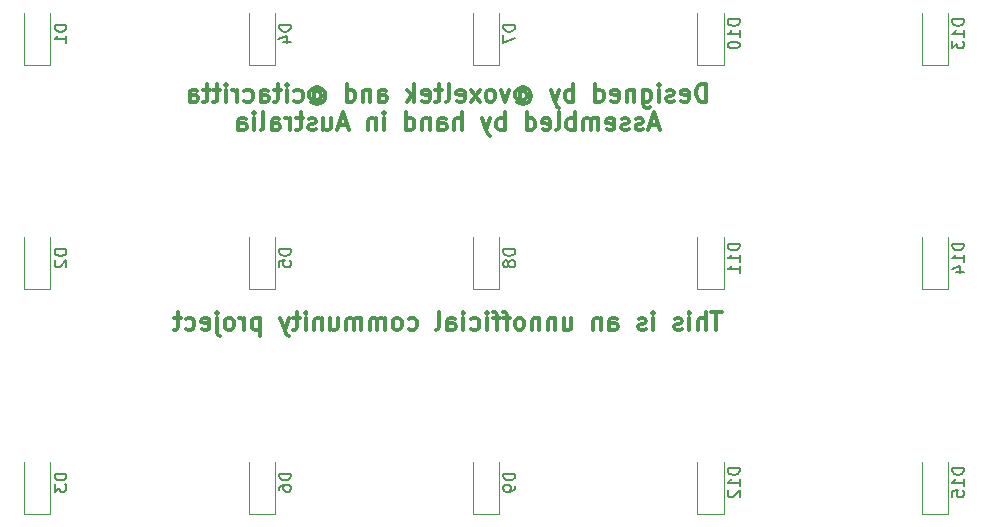
<source format=gbr>
%TF.GenerationSoftware,KiCad,Pcbnew,8.99.0-unknown-e3e63fb1b8~178~ubuntu22.04.1*%
%TF.CreationDate,2024-06-01T22:38:45+10:00*%
%TF.ProjectId,SkyMusicPad,536b794d-7573-4696-9350-61642e6b6963,rev?*%
%TF.SameCoordinates,Original*%
%TF.FileFunction,Legend,Bot*%
%TF.FilePolarity,Positive*%
%FSLAX46Y46*%
G04 Gerber Fmt 4.6, Leading zero omitted, Abs format (unit mm)*
G04 Created by KiCad (PCBNEW 8.99.0-unknown-e3e63fb1b8~178~ubuntu22.04.1) date 2024-06-01 22:38:45*
%MOMM*%
%LPD*%
G01*
G04 APERTURE LIST*
%ADD10C,0.300000*%
%ADD11C,0.150000*%
%ADD12C,0.120000*%
G04 APERTURE END LIST*
D10*
X126607142Y-45768664D02*
X126607142Y-44268664D01*
X126607142Y-44268664D02*
X126249999Y-44268664D01*
X126249999Y-44268664D02*
X126035713Y-44340093D01*
X126035713Y-44340093D02*
X125892856Y-44482950D01*
X125892856Y-44482950D02*
X125821427Y-44625807D01*
X125821427Y-44625807D02*
X125749999Y-44911521D01*
X125749999Y-44911521D02*
X125749999Y-45125807D01*
X125749999Y-45125807D02*
X125821427Y-45411521D01*
X125821427Y-45411521D02*
X125892856Y-45554378D01*
X125892856Y-45554378D02*
X126035713Y-45697236D01*
X126035713Y-45697236D02*
X126249999Y-45768664D01*
X126249999Y-45768664D02*
X126607142Y-45768664D01*
X124535713Y-45697236D02*
X124678570Y-45768664D01*
X124678570Y-45768664D02*
X124964285Y-45768664D01*
X124964285Y-45768664D02*
X125107142Y-45697236D01*
X125107142Y-45697236D02*
X125178570Y-45554378D01*
X125178570Y-45554378D02*
X125178570Y-44982950D01*
X125178570Y-44982950D02*
X125107142Y-44840093D01*
X125107142Y-44840093D02*
X124964285Y-44768664D01*
X124964285Y-44768664D02*
X124678570Y-44768664D01*
X124678570Y-44768664D02*
X124535713Y-44840093D01*
X124535713Y-44840093D02*
X124464285Y-44982950D01*
X124464285Y-44982950D02*
X124464285Y-45125807D01*
X124464285Y-45125807D02*
X125178570Y-45268664D01*
X123892856Y-45697236D02*
X123749999Y-45768664D01*
X123749999Y-45768664D02*
X123464285Y-45768664D01*
X123464285Y-45768664D02*
X123321428Y-45697236D01*
X123321428Y-45697236D02*
X123249999Y-45554378D01*
X123249999Y-45554378D02*
X123249999Y-45482950D01*
X123249999Y-45482950D02*
X123321428Y-45340093D01*
X123321428Y-45340093D02*
X123464285Y-45268664D01*
X123464285Y-45268664D02*
X123678571Y-45268664D01*
X123678571Y-45268664D02*
X123821428Y-45197236D01*
X123821428Y-45197236D02*
X123892856Y-45054378D01*
X123892856Y-45054378D02*
X123892856Y-44982950D01*
X123892856Y-44982950D02*
X123821428Y-44840093D01*
X123821428Y-44840093D02*
X123678571Y-44768664D01*
X123678571Y-44768664D02*
X123464285Y-44768664D01*
X123464285Y-44768664D02*
X123321428Y-44840093D01*
X122607142Y-45768664D02*
X122607142Y-44768664D01*
X122607142Y-44268664D02*
X122678570Y-44340093D01*
X122678570Y-44340093D02*
X122607142Y-44411521D01*
X122607142Y-44411521D02*
X122535713Y-44340093D01*
X122535713Y-44340093D02*
X122607142Y-44268664D01*
X122607142Y-44268664D02*
X122607142Y-44411521D01*
X121249999Y-44768664D02*
X121249999Y-45982950D01*
X121249999Y-45982950D02*
X121321427Y-46125807D01*
X121321427Y-46125807D02*
X121392856Y-46197236D01*
X121392856Y-46197236D02*
X121535713Y-46268664D01*
X121535713Y-46268664D02*
X121749999Y-46268664D01*
X121749999Y-46268664D02*
X121892856Y-46197236D01*
X121249999Y-45697236D02*
X121392856Y-45768664D01*
X121392856Y-45768664D02*
X121678570Y-45768664D01*
X121678570Y-45768664D02*
X121821427Y-45697236D01*
X121821427Y-45697236D02*
X121892856Y-45625807D01*
X121892856Y-45625807D02*
X121964284Y-45482950D01*
X121964284Y-45482950D02*
X121964284Y-45054378D01*
X121964284Y-45054378D02*
X121892856Y-44911521D01*
X121892856Y-44911521D02*
X121821427Y-44840093D01*
X121821427Y-44840093D02*
X121678570Y-44768664D01*
X121678570Y-44768664D02*
X121392856Y-44768664D01*
X121392856Y-44768664D02*
X121249999Y-44840093D01*
X120535713Y-44768664D02*
X120535713Y-45768664D01*
X120535713Y-44911521D02*
X120464284Y-44840093D01*
X120464284Y-44840093D02*
X120321427Y-44768664D01*
X120321427Y-44768664D02*
X120107141Y-44768664D01*
X120107141Y-44768664D02*
X119964284Y-44840093D01*
X119964284Y-44840093D02*
X119892856Y-44982950D01*
X119892856Y-44982950D02*
X119892856Y-45768664D01*
X118607141Y-45697236D02*
X118749998Y-45768664D01*
X118749998Y-45768664D02*
X119035713Y-45768664D01*
X119035713Y-45768664D02*
X119178570Y-45697236D01*
X119178570Y-45697236D02*
X119249998Y-45554378D01*
X119249998Y-45554378D02*
X119249998Y-44982950D01*
X119249998Y-44982950D02*
X119178570Y-44840093D01*
X119178570Y-44840093D02*
X119035713Y-44768664D01*
X119035713Y-44768664D02*
X118749998Y-44768664D01*
X118749998Y-44768664D02*
X118607141Y-44840093D01*
X118607141Y-44840093D02*
X118535713Y-44982950D01*
X118535713Y-44982950D02*
X118535713Y-45125807D01*
X118535713Y-45125807D02*
X119249998Y-45268664D01*
X117249999Y-45768664D02*
X117249999Y-44268664D01*
X117249999Y-45697236D02*
X117392856Y-45768664D01*
X117392856Y-45768664D02*
X117678570Y-45768664D01*
X117678570Y-45768664D02*
X117821427Y-45697236D01*
X117821427Y-45697236D02*
X117892856Y-45625807D01*
X117892856Y-45625807D02*
X117964284Y-45482950D01*
X117964284Y-45482950D02*
X117964284Y-45054378D01*
X117964284Y-45054378D02*
X117892856Y-44911521D01*
X117892856Y-44911521D02*
X117821427Y-44840093D01*
X117821427Y-44840093D02*
X117678570Y-44768664D01*
X117678570Y-44768664D02*
X117392856Y-44768664D01*
X117392856Y-44768664D02*
X117249999Y-44840093D01*
X115392856Y-45768664D02*
X115392856Y-44268664D01*
X115392856Y-44840093D02*
X115249999Y-44768664D01*
X115249999Y-44768664D02*
X114964284Y-44768664D01*
X114964284Y-44768664D02*
X114821427Y-44840093D01*
X114821427Y-44840093D02*
X114749999Y-44911521D01*
X114749999Y-44911521D02*
X114678570Y-45054378D01*
X114678570Y-45054378D02*
X114678570Y-45482950D01*
X114678570Y-45482950D02*
X114749999Y-45625807D01*
X114749999Y-45625807D02*
X114821427Y-45697236D01*
X114821427Y-45697236D02*
X114964284Y-45768664D01*
X114964284Y-45768664D02*
X115249999Y-45768664D01*
X115249999Y-45768664D02*
X115392856Y-45697236D01*
X114178570Y-44768664D02*
X113821427Y-45768664D01*
X113464284Y-44768664D02*
X113821427Y-45768664D01*
X113821427Y-45768664D02*
X113964284Y-46125807D01*
X113964284Y-46125807D02*
X114035713Y-46197236D01*
X114035713Y-46197236D02*
X114178570Y-46268664D01*
X110821427Y-45054378D02*
X110892856Y-44982950D01*
X110892856Y-44982950D02*
X111035713Y-44911521D01*
X111035713Y-44911521D02*
X111178570Y-44911521D01*
X111178570Y-44911521D02*
X111321427Y-44982950D01*
X111321427Y-44982950D02*
X111392856Y-45054378D01*
X111392856Y-45054378D02*
X111464284Y-45197236D01*
X111464284Y-45197236D02*
X111464284Y-45340093D01*
X111464284Y-45340093D02*
X111392856Y-45482950D01*
X111392856Y-45482950D02*
X111321427Y-45554378D01*
X111321427Y-45554378D02*
X111178570Y-45625807D01*
X111178570Y-45625807D02*
X111035713Y-45625807D01*
X111035713Y-45625807D02*
X110892856Y-45554378D01*
X110892856Y-45554378D02*
X110821427Y-45482950D01*
X110821427Y-44911521D02*
X110821427Y-45482950D01*
X110821427Y-45482950D02*
X110749999Y-45554378D01*
X110749999Y-45554378D02*
X110678570Y-45554378D01*
X110678570Y-45554378D02*
X110535713Y-45482950D01*
X110535713Y-45482950D02*
X110464284Y-45340093D01*
X110464284Y-45340093D02*
X110464284Y-44982950D01*
X110464284Y-44982950D02*
X110607142Y-44768664D01*
X110607142Y-44768664D02*
X110821427Y-44625807D01*
X110821427Y-44625807D02*
X111107142Y-44554378D01*
X111107142Y-44554378D02*
X111392856Y-44625807D01*
X111392856Y-44625807D02*
X111607142Y-44768664D01*
X111607142Y-44768664D02*
X111749999Y-44982950D01*
X111749999Y-44982950D02*
X111821427Y-45268664D01*
X111821427Y-45268664D02*
X111749999Y-45554378D01*
X111749999Y-45554378D02*
X111607142Y-45768664D01*
X111607142Y-45768664D02*
X111392856Y-45911521D01*
X111392856Y-45911521D02*
X111107142Y-45982950D01*
X111107142Y-45982950D02*
X110821427Y-45911521D01*
X110821427Y-45911521D02*
X110607142Y-45768664D01*
X109964285Y-44768664D02*
X109607142Y-45768664D01*
X109607142Y-45768664D02*
X109249999Y-44768664D01*
X108464285Y-45768664D02*
X108607142Y-45697236D01*
X108607142Y-45697236D02*
X108678571Y-45625807D01*
X108678571Y-45625807D02*
X108749999Y-45482950D01*
X108749999Y-45482950D02*
X108749999Y-45054378D01*
X108749999Y-45054378D02*
X108678571Y-44911521D01*
X108678571Y-44911521D02*
X108607142Y-44840093D01*
X108607142Y-44840093D02*
X108464285Y-44768664D01*
X108464285Y-44768664D02*
X108249999Y-44768664D01*
X108249999Y-44768664D02*
X108107142Y-44840093D01*
X108107142Y-44840093D02*
X108035714Y-44911521D01*
X108035714Y-44911521D02*
X107964285Y-45054378D01*
X107964285Y-45054378D02*
X107964285Y-45482950D01*
X107964285Y-45482950D02*
X108035714Y-45625807D01*
X108035714Y-45625807D02*
X108107142Y-45697236D01*
X108107142Y-45697236D02*
X108249999Y-45768664D01*
X108249999Y-45768664D02*
X108464285Y-45768664D01*
X107464285Y-45768664D02*
X106678571Y-44768664D01*
X107464285Y-44768664D02*
X106678571Y-45768664D01*
X105535713Y-45697236D02*
X105678570Y-45768664D01*
X105678570Y-45768664D02*
X105964285Y-45768664D01*
X105964285Y-45768664D02*
X106107142Y-45697236D01*
X106107142Y-45697236D02*
X106178570Y-45554378D01*
X106178570Y-45554378D02*
X106178570Y-44982950D01*
X106178570Y-44982950D02*
X106107142Y-44840093D01*
X106107142Y-44840093D02*
X105964285Y-44768664D01*
X105964285Y-44768664D02*
X105678570Y-44768664D01*
X105678570Y-44768664D02*
X105535713Y-44840093D01*
X105535713Y-44840093D02*
X105464285Y-44982950D01*
X105464285Y-44982950D02*
X105464285Y-45125807D01*
X105464285Y-45125807D02*
X106178570Y-45268664D01*
X104607142Y-45768664D02*
X104749999Y-45697236D01*
X104749999Y-45697236D02*
X104821428Y-45554378D01*
X104821428Y-45554378D02*
X104821428Y-44268664D01*
X104249999Y-44768664D02*
X103678571Y-44768664D01*
X104035714Y-44268664D02*
X104035714Y-45554378D01*
X104035714Y-45554378D02*
X103964285Y-45697236D01*
X103964285Y-45697236D02*
X103821428Y-45768664D01*
X103821428Y-45768664D02*
X103678571Y-45768664D01*
X102607142Y-45697236D02*
X102749999Y-45768664D01*
X102749999Y-45768664D02*
X103035714Y-45768664D01*
X103035714Y-45768664D02*
X103178571Y-45697236D01*
X103178571Y-45697236D02*
X103249999Y-45554378D01*
X103249999Y-45554378D02*
X103249999Y-44982950D01*
X103249999Y-44982950D02*
X103178571Y-44840093D01*
X103178571Y-44840093D02*
X103035714Y-44768664D01*
X103035714Y-44768664D02*
X102749999Y-44768664D01*
X102749999Y-44768664D02*
X102607142Y-44840093D01*
X102607142Y-44840093D02*
X102535714Y-44982950D01*
X102535714Y-44982950D02*
X102535714Y-45125807D01*
X102535714Y-45125807D02*
X103249999Y-45268664D01*
X101892857Y-45768664D02*
X101892857Y-44268664D01*
X101750000Y-45197236D02*
X101321428Y-45768664D01*
X101321428Y-44768664D02*
X101892857Y-45340093D01*
X98892857Y-45768664D02*
X98892857Y-44982950D01*
X98892857Y-44982950D02*
X98964285Y-44840093D01*
X98964285Y-44840093D02*
X99107142Y-44768664D01*
X99107142Y-44768664D02*
X99392857Y-44768664D01*
X99392857Y-44768664D02*
X99535714Y-44840093D01*
X98892857Y-45697236D02*
X99035714Y-45768664D01*
X99035714Y-45768664D02*
X99392857Y-45768664D01*
X99392857Y-45768664D02*
X99535714Y-45697236D01*
X99535714Y-45697236D02*
X99607142Y-45554378D01*
X99607142Y-45554378D02*
X99607142Y-45411521D01*
X99607142Y-45411521D02*
X99535714Y-45268664D01*
X99535714Y-45268664D02*
X99392857Y-45197236D01*
X99392857Y-45197236D02*
X99035714Y-45197236D01*
X99035714Y-45197236D02*
X98892857Y-45125807D01*
X98178571Y-44768664D02*
X98178571Y-45768664D01*
X98178571Y-44911521D02*
X98107142Y-44840093D01*
X98107142Y-44840093D02*
X97964285Y-44768664D01*
X97964285Y-44768664D02*
X97749999Y-44768664D01*
X97749999Y-44768664D02*
X97607142Y-44840093D01*
X97607142Y-44840093D02*
X97535714Y-44982950D01*
X97535714Y-44982950D02*
X97535714Y-45768664D01*
X96178571Y-45768664D02*
X96178571Y-44268664D01*
X96178571Y-45697236D02*
X96321428Y-45768664D01*
X96321428Y-45768664D02*
X96607142Y-45768664D01*
X96607142Y-45768664D02*
X96749999Y-45697236D01*
X96749999Y-45697236D02*
X96821428Y-45625807D01*
X96821428Y-45625807D02*
X96892856Y-45482950D01*
X96892856Y-45482950D02*
X96892856Y-45054378D01*
X96892856Y-45054378D02*
X96821428Y-44911521D01*
X96821428Y-44911521D02*
X96749999Y-44840093D01*
X96749999Y-44840093D02*
X96607142Y-44768664D01*
X96607142Y-44768664D02*
X96321428Y-44768664D01*
X96321428Y-44768664D02*
X96178571Y-44840093D01*
X93392856Y-45054378D02*
X93464285Y-44982950D01*
X93464285Y-44982950D02*
X93607142Y-44911521D01*
X93607142Y-44911521D02*
X93749999Y-44911521D01*
X93749999Y-44911521D02*
X93892856Y-44982950D01*
X93892856Y-44982950D02*
X93964285Y-45054378D01*
X93964285Y-45054378D02*
X94035713Y-45197236D01*
X94035713Y-45197236D02*
X94035713Y-45340093D01*
X94035713Y-45340093D02*
X93964285Y-45482950D01*
X93964285Y-45482950D02*
X93892856Y-45554378D01*
X93892856Y-45554378D02*
X93749999Y-45625807D01*
X93749999Y-45625807D02*
X93607142Y-45625807D01*
X93607142Y-45625807D02*
X93464285Y-45554378D01*
X93464285Y-45554378D02*
X93392856Y-45482950D01*
X93392856Y-44911521D02*
X93392856Y-45482950D01*
X93392856Y-45482950D02*
X93321428Y-45554378D01*
X93321428Y-45554378D02*
X93249999Y-45554378D01*
X93249999Y-45554378D02*
X93107142Y-45482950D01*
X93107142Y-45482950D02*
X93035713Y-45340093D01*
X93035713Y-45340093D02*
X93035713Y-44982950D01*
X93035713Y-44982950D02*
X93178571Y-44768664D01*
X93178571Y-44768664D02*
X93392856Y-44625807D01*
X93392856Y-44625807D02*
X93678571Y-44554378D01*
X93678571Y-44554378D02*
X93964285Y-44625807D01*
X93964285Y-44625807D02*
X94178571Y-44768664D01*
X94178571Y-44768664D02*
X94321428Y-44982950D01*
X94321428Y-44982950D02*
X94392856Y-45268664D01*
X94392856Y-45268664D02*
X94321428Y-45554378D01*
X94321428Y-45554378D02*
X94178571Y-45768664D01*
X94178571Y-45768664D02*
X93964285Y-45911521D01*
X93964285Y-45911521D02*
X93678571Y-45982950D01*
X93678571Y-45982950D02*
X93392856Y-45911521D01*
X93392856Y-45911521D02*
X93178571Y-45768664D01*
X91750000Y-45697236D02*
X91892857Y-45768664D01*
X91892857Y-45768664D02*
X92178571Y-45768664D01*
X92178571Y-45768664D02*
X92321428Y-45697236D01*
X92321428Y-45697236D02*
X92392857Y-45625807D01*
X92392857Y-45625807D02*
X92464285Y-45482950D01*
X92464285Y-45482950D02*
X92464285Y-45054378D01*
X92464285Y-45054378D02*
X92392857Y-44911521D01*
X92392857Y-44911521D02*
X92321428Y-44840093D01*
X92321428Y-44840093D02*
X92178571Y-44768664D01*
X92178571Y-44768664D02*
X91892857Y-44768664D01*
X91892857Y-44768664D02*
X91750000Y-44840093D01*
X91107143Y-45768664D02*
X91107143Y-44768664D01*
X91107143Y-44268664D02*
X91178571Y-44340093D01*
X91178571Y-44340093D02*
X91107143Y-44411521D01*
X91107143Y-44411521D02*
X91035714Y-44340093D01*
X91035714Y-44340093D02*
X91107143Y-44268664D01*
X91107143Y-44268664D02*
X91107143Y-44411521D01*
X90607142Y-44768664D02*
X90035714Y-44768664D01*
X90392857Y-44268664D02*
X90392857Y-45554378D01*
X90392857Y-45554378D02*
X90321428Y-45697236D01*
X90321428Y-45697236D02*
X90178571Y-45768664D01*
X90178571Y-45768664D02*
X90035714Y-45768664D01*
X88892857Y-45768664D02*
X88892857Y-44982950D01*
X88892857Y-44982950D02*
X88964285Y-44840093D01*
X88964285Y-44840093D02*
X89107142Y-44768664D01*
X89107142Y-44768664D02*
X89392857Y-44768664D01*
X89392857Y-44768664D02*
X89535714Y-44840093D01*
X88892857Y-45697236D02*
X89035714Y-45768664D01*
X89035714Y-45768664D02*
X89392857Y-45768664D01*
X89392857Y-45768664D02*
X89535714Y-45697236D01*
X89535714Y-45697236D02*
X89607142Y-45554378D01*
X89607142Y-45554378D02*
X89607142Y-45411521D01*
X89607142Y-45411521D02*
X89535714Y-45268664D01*
X89535714Y-45268664D02*
X89392857Y-45197236D01*
X89392857Y-45197236D02*
X89035714Y-45197236D01*
X89035714Y-45197236D02*
X88892857Y-45125807D01*
X87535714Y-45697236D02*
X87678571Y-45768664D01*
X87678571Y-45768664D02*
X87964285Y-45768664D01*
X87964285Y-45768664D02*
X88107142Y-45697236D01*
X88107142Y-45697236D02*
X88178571Y-45625807D01*
X88178571Y-45625807D02*
X88249999Y-45482950D01*
X88249999Y-45482950D02*
X88249999Y-45054378D01*
X88249999Y-45054378D02*
X88178571Y-44911521D01*
X88178571Y-44911521D02*
X88107142Y-44840093D01*
X88107142Y-44840093D02*
X87964285Y-44768664D01*
X87964285Y-44768664D02*
X87678571Y-44768664D01*
X87678571Y-44768664D02*
X87535714Y-44840093D01*
X86892857Y-45768664D02*
X86892857Y-44768664D01*
X86892857Y-45054378D02*
X86821428Y-44911521D01*
X86821428Y-44911521D02*
X86750000Y-44840093D01*
X86750000Y-44840093D02*
X86607142Y-44768664D01*
X86607142Y-44768664D02*
X86464285Y-44768664D01*
X85964286Y-45768664D02*
X85964286Y-44768664D01*
X85964286Y-44268664D02*
X86035714Y-44340093D01*
X86035714Y-44340093D02*
X85964286Y-44411521D01*
X85964286Y-44411521D02*
X85892857Y-44340093D01*
X85892857Y-44340093D02*
X85964286Y-44268664D01*
X85964286Y-44268664D02*
X85964286Y-44411521D01*
X85464285Y-44768664D02*
X84892857Y-44768664D01*
X85250000Y-44268664D02*
X85250000Y-45554378D01*
X85250000Y-45554378D02*
X85178571Y-45697236D01*
X85178571Y-45697236D02*
X85035714Y-45768664D01*
X85035714Y-45768664D02*
X84892857Y-45768664D01*
X84607142Y-44768664D02*
X84035714Y-44768664D01*
X84392857Y-44268664D02*
X84392857Y-45554378D01*
X84392857Y-45554378D02*
X84321428Y-45697236D01*
X84321428Y-45697236D02*
X84178571Y-45768664D01*
X84178571Y-45768664D02*
X84035714Y-45768664D01*
X82892857Y-45768664D02*
X82892857Y-44982950D01*
X82892857Y-44982950D02*
X82964285Y-44840093D01*
X82964285Y-44840093D02*
X83107142Y-44768664D01*
X83107142Y-44768664D02*
X83392857Y-44768664D01*
X83392857Y-44768664D02*
X83535714Y-44840093D01*
X82892857Y-45697236D02*
X83035714Y-45768664D01*
X83035714Y-45768664D02*
X83392857Y-45768664D01*
X83392857Y-45768664D02*
X83535714Y-45697236D01*
X83535714Y-45697236D02*
X83607142Y-45554378D01*
X83607142Y-45554378D02*
X83607142Y-45411521D01*
X83607142Y-45411521D02*
X83535714Y-45268664D01*
X83535714Y-45268664D02*
X83392857Y-45197236D01*
X83392857Y-45197236D02*
X83035714Y-45197236D01*
X83035714Y-45197236D02*
X82892857Y-45125807D01*
X122571428Y-47755009D02*
X121857143Y-47755009D01*
X122714285Y-48183580D02*
X122214285Y-46683580D01*
X122214285Y-46683580D02*
X121714285Y-48183580D01*
X121285714Y-48112152D02*
X121142857Y-48183580D01*
X121142857Y-48183580D02*
X120857143Y-48183580D01*
X120857143Y-48183580D02*
X120714286Y-48112152D01*
X120714286Y-48112152D02*
X120642857Y-47969294D01*
X120642857Y-47969294D02*
X120642857Y-47897866D01*
X120642857Y-47897866D02*
X120714286Y-47755009D01*
X120714286Y-47755009D02*
X120857143Y-47683580D01*
X120857143Y-47683580D02*
X121071429Y-47683580D01*
X121071429Y-47683580D02*
X121214286Y-47612152D01*
X121214286Y-47612152D02*
X121285714Y-47469294D01*
X121285714Y-47469294D02*
X121285714Y-47397866D01*
X121285714Y-47397866D02*
X121214286Y-47255009D01*
X121214286Y-47255009D02*
X121071429Y-47183580D01*
X121071429Y-47183580D02*
X120857143Y-47183580D01*
X120857143Y-47183580D02*
X120714286Y-47255009D01*
X120071428Y-48112152D02*
X119928571Y-48183580D01*
X119928571Y-48183580D02*
X119642857Y-48183580D01*
X119642857Y-48183580D02*
X119500000Y-48112152D01*
X119500000Y-48112152D02*
X119428571Y-47969294D01*
X119428571Y-47969294D02*
X119428571Y-47897866D01*
X119428571Y-47897866D02*
X119500000Y-47755009D01*
X119500000Y-47755009D02*
X119642857Y-47683580D01*
X119642857Y-47683580D02*
X119857143Y-47683580D01*
X119857143Y-47683580D02*
X120000000Y-47612152D01*
X120000000Y-47612152D02*
X120071428Y-47469294D01*
X120071428Y-47469294D02*
X120071428Y-47397866D01*
X120071428Y-47397866D02*
X120000000Y-47255009D01*
X120000000Y-47255009D02*
X119857143Y-47183580D01*
X119857143Y-47183580D02*
X119642857Y-47183580D01*
X119642857Y-47183580D02*
X119500000Y-47255009D01*
X118214285Y-48112152D02*
X118357142Y-48183580D01*
X118357142Y-48183580D02*
X118642857Y-48183580D01*
X118642857Y-48183580D02*
X118785714Y-48112152D01*
X118785714Y-48112152D02*
X118857142Y-47969294D01*
X118857142Y-47969294D02*
X118857142Y-47397866D01*
X118857142Y-47397866D02*
X118785714Y-47255009D01*
X118785714Y-47255009D02*
X118642857Y-47183580D01*
X118642857Y-47183580D02*
X118357142Y-47183580D01*
X118357142Y-47183580D02*
X118214285Y-47255009D01*
X118214285Y-47255009D02*
X118142857Y-47397866D01*
X118142857Y-47397866D02*
X118142857Y-47540723D01*
X118142857Y-47540723D02*
X118857142Y-47683580D01*
X117500000Y-48183580D02*
X117500000Y-47183580D01*
X117500000Y-47326437D02*
X117428571Y-47255009D01*
X117428571Y-47255009D02*
X117285714Y-47183580D01*
X117285714Y-47183580D02*
X117071428Y-47183580D01*
X117071428Y-47183580D02*
X116928571Y-47255009D01*
X116928571Y-47255009D02*
X116857143Y-47397866D01*
X116857143Y-47397866D02*
X116857143Y-48183580D01*
X116857143Y-47397866D02*
X116785714Y-47255009D01*
X116785714Y-47255009D02*
X116642857Y-47183580D01*
X116642857Y-47183580D02*
X116428571Y-47183580D01*
X116428571Y-47183580D02*
X116285714Y-47255009D01*
X116285714Y-47255009D02*
X116214285Y-47397866D01*
X116214285Y-47397866D02*
X116214285Y-48183580D01*
X115500000Y-48183580D02*
X115500000Y-46683580D01*
X115500000Y-47255009D02*
X115357143Y-47183580D01*
X115357143Y-47183580D02*
X115071428Y-47183580D01*
X115071428Y-47183580D02*
X114928571Y-47255009D01*
X114928571Y-47255009D02*
X114857143Y-47326437D01*
X114857143Y-47326437D02*
X114785714Y-47469294D01*
X114785714Y-47469294D02*
X114785714Y-47897866D01*
X114785714Y-47897866D02*
X114857143Y-48040723D01*
X114857143Y-48040723D02*
X114928571Y-48112152D01*
X114928571Y-48112152D02*
X115071428Y-48183580D01*
X115071428Y-48183580D02*
X115357143Y-48183580D01*
X115357143Y-48183580D02*
X115500000Y-48112152D01*
X113928571Y-48183580D02*
X114071428Y-48112152D01*
X114071428Y-48112152D02*
X114142857Y-47969294D01*
X114142857Y-47969294D02*
X114142857Y-46683580D01*
X112785714Y-48112152D02*
X112928571Y-48183580D01*
X112928571Y-48183580D02*
X113214286Y-48183580D01*
X113214286Y-48183580D02*
X113357143Y-48112152D01*
X113357143Y-48112152D02*
X113428571Y-47969294D01*
X113428571Y-47969294D02*
X113428571Y-47397866D01*
X113428571Y-47397866D02*
X113357143Y-47255009D01*
X113357143Y-47255009D02*
X113214286Y-47183580D01*
X113214286Y-47183580D02*
X112928571Y-47183580D01*
X112928571Y-47183580D02*
X112785714Y-47255009D01*
X112785714Y-47255009D02*
X112714286Y-47397866D01*
X112714286Y-47397866D02*
X112714286Y-47540723D01*
X112714286Y-47540723D02*
X113428571Y-47683580D01*
X111428572Y-48183580D02*
X111428572Y-46683580D01*
X111428572Y-48112152D02*
X111571429Y-48183580D01*
X111571429Y-48183580D02*
X111857143Y-48183580D01*
X111857143Y-48183580D02*
X112000000Y-48112152D01*
X112000000Y-48112152D02*
X112071429Y-48040723D01*
X112071429Y-48040723D02*
X112142857Y-47897866D01*
X112142857Y-47897866D02*
X112142857Y-47469294D01*
X112142857Y-47469294D02*
X112071429Y-47326437D01*
X112071429Y-47326437D02*
X112000000Y-47255009D01*
X112000000Y-47255009D02*
X111857143Y-47183580D01*
X111857143Y-47183580D02*
X111571429Y-47183580D01*
X111571429Y-47183580D02*
X111428572Y-47255009D01*
X109571429Y-48183580D02*
X109571429Y-46683580D01*
X109571429Y-47255009D02*
X109428572Y-47183580D01*
X109428572Y-47183580D02*
X109142857Y-47183580D01*
X109142857Y-47183580D02*
X109000000Y-47255009D01*
X109000000Y-47255009D02*
X108928572Y-47326437D01*
X108928572Y-47326437D02*
X108857143Y-47469294D01*
X108857143Y-47469294D02*
X108857143Y-47897866D01*
X108857143Y-47897866D02*
X108928572Y-48040723D01*
X108928572Y-48040723D02*
X109000000Y-48112152D01*
X109000000Y-48112152D02*
X109142857Y-48183580D01*
X109142857Y-48183580D02*
X109428572Y-48183580D01*
X109428572Y-48183580D02*
X109571429Y-48112152D01*
X108357143Y-47183580D02*
X108000000Y-48183580D01*
X107642857Y-47183580D02*
X108000000Y-48183580D01*
X108000000Y-48183580D02*
X108142857Y-48540723D01*
X108142857Y-48540723D02*
X108214286Y-48612152D01*
X108214286Y-48612152D02*
X108357143Y-48683580D01*
X105928572Y-48183580D02*
X105928572Y-46683580D01*
X105285715Y-48183580D02*
X105285715Y-47397866D01*
X105285715Y-47397866D02*
X105357143Y-47255009D01*
X105357143Y-47255009D02*
X105500000Y-47183580D01*
X105500000Y-47183580D02*
X105714286Y-47183580D01*
X105714286Y-47183580D02*
X105857143Y-47255009D01*
X105857143Y-47255009D02*
X105928572Y-47326437D01*
X103928572Y-48183580D02*
X103928572Y-47397866D01*
X103928572Y-47397866D02*
X104000000Y-47255009D01*
X104000000Y-47255009D02*
X104142857Y-47183580D01*
X104142857Y-47183580D02*
X104428572Y-47183580D01*
X104428572Y-47183580D02*
X104571429Y-47255009D01*
X103928572Y-48112152D02*
X104071429Y-48183580D01*
X104071429Y-48183580D02*
X104428572Y-48183580D01*
X104428572Y-48183580D02*
X104571429Y-48112152D01*
X104571429Y-48112152D02*
X104642857Y-47969294D01*
X104642857Y-47969294D02*
X104642857Y-47826437D01*
X104642857Y-47826437D02*
X104571429Y-47683580D01*
X104571429Y-47683580D02*
X104428572Y-47612152D01*
X104428572Y-47612152D02*
X104071429Y-47612152D01*
X104071429Y-47612152D02*
X103928572Y-47540723D01*
X103214286Y-47183580D02*
X103214286Y-48183580D01*
X103214286Y-47326437D02*
X103142857Y-47255009D01*
X103142857Y-47255009D02*
X103000000Y-47183580D01*
X103000000Y-47183580D02*
X102785714Y-47183580D01*
X102785714Y-47183580D02*
X102642857Y-47255009D01*
X102642857Y-47255009D02*
X102571429Y-47397866D01*
X102571429Y-47397866D02*
X102571429Y-48183580D01*
X101214286Y-48183580D02*
X101214286Y-46683580D01*
X101214286Y-48112152D02*
X101357143Y-48183580D01*
X101357143Y-48183580D02*
X101642857Y-48183580D01*
X101642857Y-48183580D02*
X101785714Y-48112152D01*
X101785714Y-48112152D02*
X101857143Y-48040723D01*
X101857143Y-48040723D02*
X101928571Y-47897866D01*
X101928571Y-47897866D02*
X101928571Y-47469294D01*
X101928571Y-47469294D02*
X101857143Y-47326437D01*
X101857143Y-47326437D02*
X101785714Y-47255009D01*
X101785714Y-47255009D02*
X101642857Y-47183580D01*
X101642857Y-47183580D02*
X101357143Y-47183580D01*
X101357143Y-47183580D02*
X101214286Y-47255009D01*
X99357143Y-48183580D02*
X99357143Y-47183580D01*
X99357143Y-46683580D02*
X99428571Y-46755009D01*
X99428571Y-46755009D02*
X99357143Y-46826437D01*
X99357143Y-46826437D02*
X99285714Y-46755009D01*
X99285714Y-46755009D02*
X99357143Y-46683580D01*
X99357143Y-46683580D02*
X99357143Y-46826437D01*
X98642857Y-47183580D02*
X98642857Y-48183580D01*
X98642857Y-47326437D02*
X98571428Y-47255009D01*
X98571428Y-47255009D02*
X98428571Y-47183580D01*
X98428571Y-47183580D02*
X98214285Y-47183580D01*
X98214285Y-47183580D02*
X98071428Y-47255009D01*
X98071428Y-47255009D02*
X98000000Y-47397866D01*
X98000000Y-47397866D02*
X98000000Y-48183580D01*
X96214285Y-47755009D02*
X95500000Y-47755009D01*
X96357142Y-48183580D02*
X95857142Y-46683580D01*
X95857142Y-46683580D02*
X95357142Y-48183580D01*
X94214286Y-47183580D02*
X94214286Y-48183580D01*
X94857143Y-47183580D02*
X94857143Y-47969294D01*
X94857143Y-47969294D02*
X94785714Y-48112152D01*
X94785714Y-48112152D02*
X94642857Y-48183580D01*
X94642857Y-48183580D02*
X94428571Y-48183580D01*
X94428571Y-48183580D02*
X94285714Y-48112152D01*
X94285714Y-48112152D02*
X94214286Y-48040723D01*
X93571428Y-48112152D02*
X93428571Y-48183580D01*
X93428571Y-48183580D02*
X93142857Y-48183580D01*
X93142857Y-48183580D02*
X93000000Y-48112152D01*
X93000000Y-48112152D02*
X92928571Y-47969294D01*
X92928571Y-47969294D02*
X92928571Y-47897866D01*
X92928571Y-47897866D02*
X93000000Y-47755009D01*
X93000000Y-47755009D02*
X93142857Y-47683580D01*
X93142857Y-47683580D02*
X93357143Y-47683580D01*
X93357143Y-47683580D02*
X93500000Y-47612152D01*
X93500000Y-47612152D02*
X93571428Y-47469294D01*
X93571428Y-47469294D02*
X93571428Y-47397866D01*
X93571428Y-47397866D02*
X93500000Y-47255009D01*
X93500000Y-47255009D02*
X93357143Y-47183580D01*
X93357143Y-47183580D02*
X93142857Y-47183580D01*
X93142857Y-47183580D02*
X93000000Y-47255009D01*
X92499999Y-47183580D02*
X91928571Y-47183580D01*
X92285714Y-46683580D02*
X92285714Y-47969294D01*
X92285714Y-47969294D02*
X92214285Y-48112152D01*
X92214285Y-48112152D02*
X92071428Y-48183580D01*
X92071428Y-48183580D02*
X91928571Y-48183580D01*
X91428571Y-48183580D02*
X91428571Y-47183580D01*
X91428571Y-47469294D02*
X91357142Y-47326437D01*
X91357142Y-47326437D02*
X91285714Y-47255009D01*
X91285714Y-47255009D02*
X91142856Y-47183580D01*
X91142856Y-47183580D02*
X90999999Y-47183580D01*
X89857143Y-48183580D02*
X89857143Y-47397866D01*
X89857143Y-47397866D02*
X89928571Y-47255009D01*
X89928571Y-47255009D02*
X90071428Y-47183580D01*
X90071428Y-47183580D02*
X90357143Y-47183580D01*
X90357143Y-47183580D02*
X90500000Y-47255009D01*
X89857143Y-48112152D02*
X90000000Y-48183580D01*
X90000000Y-48183580D02*
X90357143Y-48183580D01*
X90357143Y-48183580D02*
X90500000Y-48112152D01*
X90500000Y-48112152D02*
X90571428Y-47969294D01*
X90571428Y-47969294D02*
X90571428Y-47826437D01*
X90571428Y-47826437D02*
X90500000Y-47683580D01*
X90500000Y-47683580D02*
X90357143Y-47612152D01*
X90357143Y-47612152D02*
X90000000Y-47612152D01*
X90000000Y-47612152D02*
X89857143Y-47540723D01*
X88928571Y-48183580D02*
X89071428Y-48112152D01*
X89071428Y-48112152D02*
X89142857Y-47969294D01*
X89142857Y-47969294D02*
X89142857Y-46683580D01*
X88357143Y-48183580D02*
X88357143Y-47183580D01*
X88357143Y-46683580D02*
X88428571Y-46755009D01*
X88428571Y-46755009D02*
X88357143Y-46826437D01*
X88357143Y-46826437D02*
X88285714Y-46755009D01*
X88285714Y-46755009D02*
X88357143Y-46683580D01*
X88357143Y-46683580D02*
X88357143Y-46826437D01*
X87000000Y-48183580D02*
X87000000Y-47397866D01*
X87000000Y-47397866D02*
X87071428Y-47255009D01*
X87071428Y-47255009D02*
X87214285Y-47183580D01*
X87214285Y-47183580D02*
X87500000Y-47183580D01*
X87500000Y-47183580D02*
X87642857Y-47255009D01*
X87000000Y-48112152D02*
X87142857Y-48183580D01*
X87142857Y-48183580D02*
X87500000Y-48183580D01*
X87500000Y-48183580D02*
X87642857Y-48112152D01*
X87642857Y-48112152D02*
X87714285Y-47969294D01*
X87714285Y-47969294D02*
X87714285Y-47826437D01*
X87714285Y-47826437D02*
X87642857Y-47683580D01*
X87642857Y-47683580D02*
X87500000Y-47612152D01*
X87500000Y-47612152D02*
X87142857Y-47612152D01*
X87142857Y-47612152D02*
X87000000Y-47540723D01*
X127928571Y-63587992D02*
X127071429Y-63587992D01*
X127500000Y-65087992D02*
X127500000Y-63587992D01*
X126571429Y-65087992D02*
X126571429Y-63587992D01*
X125928572Y-65087992D02*
X125928572Y-64302278D01*
X125928572Y-64302278D02*
X126000000Y-64159421D01*
X126000000Y-64159421D02*
X126142857Y-64087992D01*
X126142857Y-64087992D02*
X126357143Y-64087992D01*
X126357143Y-64087992D02*
X126500000Y-64159421D01*
X126500000Y-64159421D02*
X126571429Y-64230849D01*
X125214286Y-65087992D02*
X125214286Y-64087992D01*
X125214286Y-63587992D02*
X125285714Y-63659421D01*
X125285714Y-63659421D02*
X125214286Y-63730849D01*
X125214286Y-63730849D02*
X125142857Y-63659421D01*
X125142857Y-63659421D02*
X125214286Y-63587992D01*
X125214286Y-63587992D02*
X125214286Y-63730849D01*
X124571428Y-65016564D02*
X124428571Y-65087992D01*
X124428571Y-65087992D02*
X124142857Y-65087992D01*
X124142857Y-65087992D02*
X124000000Y-65016564D01*
X124000000Y-65016564D02*
X123928571Y-64873706D01*
X123928571Y-64873706D02*
X123928571Y-64802278D01*
X123928571Y-64802278D02*
X124000000Y-64659421D01*
X124000000Y-64659421D02*
X124142857Y-64587992D01*
X124142857Y-64587992D02*
X124357143Y-64587992D01*
X124357143Y-64587992D02*
X124500000Y-64516564D01*
X124500000Y-64516564D02*
X124571428Y-64373706D01*
X124571428Y-64373706D02*
X124571428Y-64302278D01*
X124571428Y-64302278D02*
X124500000Y-64159421D01*
X124500000Y-64159421D02*
X124357143Y-64087992D01*
X124357143Y-64087992D02*
X124142857Y-64087992D01*
X124142857Y-64087992D02*
X124000000Y-64159421D01*
X122142857Y-65087992D02*
X122142857Y-64087992D01*
X122142857Y-63587992D02*
X122214285Y-63659421D01*
X122214285Y-63659421D02*
X122142857Y-63730849D01*
X122142857Y-63730849D02*
X122071428Y-63659421D01*
X122071428Y-63659421D02*
X122142857Y-63587992D01*
X122142857Y-63587992D02*
X122142857Y-63730849D01*
X121499999Y-65016564D02*
X121357142Y-65087992D01*
X121357142Y-65087992D02*
X121071428Y-65087992D01*
X121071428Y-65087992D02*
X120928571Y-65016564D01*
X120928571Y-65016564D02*
X120857142Y-64873706D01*
X120857142Y-64873706D02*
X120857142Y-64802278D01*
X120857142Y-64802278D02*
X120928571Y-64659421D01*
X120928571Y-64659421D02*
X121071428Y-64587992D01*
X121071428Y-64587992D02*
X121285714Y-64587992D01*
X121285714Y-64587992D02*
X121428571Y-64516564D01*
X121428571Y-64516564D02*
X121499999Y-64373706D01*
X121499999Y-64373706D02*
X121499999Y-64302278D01*
X121499999Y-64302278D02*
X121428571Y-64159421D01*
X121428571Y-64159421D02*
X121285714Y-64087992D01*
X121285714Y-64087992D02*
X121071428Y-64087992D01*
X121071428Y-64087992D02*
X120928571Y-64159421D01*
X118428571Y-65087992D02*
X118428571Y-64302278D01*
X118428571Y-64302278D02*
X118499999Y-64159421D01*
X118499999Y-64159421D02*
X118642856Y-64087992D01*
X118642856Y-64087992D02*
X118928571Y-64087992D01*
X118928571Y-64087992D02*
X119071428Y-64159421D01*
X118428571Y-65016564D02*
X118571428Y-65087992D01*
X118571428Y-65087992D02*
X118928571Y-65087992D01*
X118928571Y-65087992D02*
X119071428Y-65016564D01*
X119071428Y-65016564D02*
X119142856Y-64873706D01*
X119142856Y-64873706D02*
X119142856Y-64730849D01*
X119142856Y-64730849D02*
X119071428Y-64587992D01*
X119071428Y-64587992D02*
X118928571Y-64516564D01*
X118928571Y-64516564D02*
X118571428Y-64516564D01*
X118571428Y-64516564D02*
X118428571Y-64445135D01*
X117714285Y-64087992D02*
X117714285Y-65087992D01*
X117714285Y-64230849D02*
X117642856Y-64159421D01*
X117642856Y-64159421D02*
X117499999Y-64087992D01*
X117499999Y-64087992D02*
X117285713Y-64087992D01*
X117285713Y-64087992D02*
X117142856Y-64159421D01*
X117142856Y-64159421D02*
X117071428Y-64302278D01*
X117071428Y-64302278D02*
X117071428Y-65087992D01*
X114571428Y-64087992D02*
X114571428Y-65087992D01*
X115214285Y-64087992D02*
X115214285Y-64873706D01*
X115214285Y-64873706D02*
X115142856Y-65016564D01*
X115142856Y-65016564D02*
X114999999Y-65087992D01*
X114999999Y-65087992D02*
X114785713Y-65087992D01*
X114785713Y-65087992D02*
X114642856Y-65016564D01*
X114642856Y-65016564D02*
X114571428Y-64945135D01*
X113857142Y-64087992D02*
X113857142Y-65087992D01*
X113857142Y-64230849D02*
X113785713Y-64159421D01*
X113785713Y-64159421D02*
X113642856Y-64087992D01*
X113642856Y-64087992D02*
X113428570Y-64087992D01*
X113428570Y-64087992D02*
X113285713Y-64159421D01*
X113285713Y-64159421D02*
X113214285Y-64302278D01*
X113214285Y-64302278D02*
X113214285Y-65087992D01*
X112499999Y-64087992D02*
X112499999Y-65087992D01*
X112499999Y-64230849D02*
X112428570Y-64159421D01*
X112428570Y-64159421D02*
X112285713Y-64087992D01*
X112285713Y-64087992D02*
X112071427Y-64087992D01*
X112071427Y-64087992D02*
X111928570Y-64159421D01*
X111928570Y-64159421D02*
X111857142Y-64302278D01*
X111857142Y-64302278D02*
X111857142Y-65087992D01*
X110928570Y-65087992D02*
X111071427Y-65016564D01*
X111071427Y-65016564D02*
X111142856Y-64945135D01*
X111142856Y-64945135D02*
X111214284Y-64802278D01*
X111214284Y-64802278D02*
X111214284Y-64373706D01*
X111214284Y-64373706D02*
X111142856Y-64230849D01*
X111142856Y-64230849D02*
X111071427Y-64159421D01*
X111071427Y-64159421D02*
X110928570Y-64087992D01*
X110928570Y-64087992D02*
X110714284Y-64087992D01*
X110714284Y-64087992D02*
X110571427Y-64159421D01*
X110571427Y-64159421D02*
X110499999Y-64230849D01*
X110499999Y-64230849D02*
X110428570Y-64373706D01*
X110428570Y-64373706D02*
X110428570Y-64802278D01*
X110428570Y-64802278D02*
X110499999Y-64945135D01*
X110499999Y-64945135D02*
X110571427Y-65016564D01*
X110571427Y-65016564D02*
X110714284Y-65087992D01*
X110714284Y-65087992D02*
X110928570Y-65087992D01*
X109999998Y-64087992D02*
X109428570Y-64087992D01*
X109785713Y-65087992D02*
X109785713Y-63802278D01*
X109785713Y-63802278D02*
X109714284Y-63659421D01*
X109714284Y-63659421D02*
X109571427Y-63587992D01*
X109571427Y-63587992D02*
X109428570Y-63587992D01*
X109142855Y-64087992D02*
X108571427Y-64087992D01*
X108928570Y-65087992D02*
X108928570Y-63802278D01*
X108928570Y-63802278D02*
X108857141Y-63659421D01*
X108857141Y-63659421D02*
X108714284Y-63587992D01*
X108714284Y-63587992D02*
X108571427Y-63587992D01*
X108071427Y-65087992D02*
X108071427Y-64087992D01*
X108071427Y-63587992D02*
X108142855Y-63659421D01*
X108142855Y-63659421D02*
X108071427Y-63730849D01*
X108071427Y-63730849D02*
X107999998Y-63659421D01*
X107999998Y-63659421D02*
X108071427Y-63587992D01*
X108071427Y-63587992D02*
X108071427Y-63730849D01*
X106714284Y-65016564D02*
X106857141Y-65087992D01*
X106857141Y-65087992D02*
X107142855Y-65087992D01*
X107142855Y-65087992D02*
X107285712Y-65016564D01*
X107285712Y-65016564D02*
X107357141Y-64945135D01*
X107357141Y-64945135D02*
X107428569Y-64802278D01*
X107428569Y-64802278D02*
X107428569Y-64373706D01*
X107428569Y-64373706D02*
X107357141Y-64230849D01*
X107357141Y-64230849D02*
X107285712Y-64159421D01*
X107285712Y-64159421D02*
X107142855Y-64087992D01*
X107142855Y-64087992D02*
X106857141Y-64087992D01*
X106857141Y-64087992D02*
X106714284Y-64159421D01*
X106071427Y-65087992D02*
X106071427Y-64087992D01*
X106071427Y-63587992D02*
X106142855Y-63659421D01*
X106142855Y-63659421D02*
X106071427Y-63730849D01*
X106071427Y-63730849D02*
X105999998Y-63659421D01*
X105999998Y-63659421D02*
X106071427Y-63587992D01*
X106071427Y-63587992D02*
X106071427Y-63730849D01*
X104714284Y-65087992D02*
X104714284Y-64302278D01*
X104714284Y-64302278D02*
X104785712Y-64159421D01*
X104785712Y-64159421D02*
X104928569Y-64087992D01*
X104928569Y-64087992D02*
X105214284Y-64087992D01*
X105214284Y-64087992D02*
X105357141Y-64159421D01*
X104714284Y-65016564D02*
X104857141Y-65087992D01*
X104857141Y-65087992D02*
X105214284Y-65087992D01*
X105214284Y-65087992D02*
X105357141Y-65016564D01*
X105357141Y-65016564D02*
X105428569Y-64873706D01*
X105428569Y-64873706D02*
X105428569Y-64730849D01*
X105428569Y-64730849D02*
X105357141Y-64587992D01*
X105357141Y-64587992D02*
X105214284Y-64516564D01*
X105214284Y-64516564D02*
X104857141Y-64516564D01*
X104857141Y-64516564D02*
X104714284Y-64445135D01*
X103785712Y-65087992D02*
X103928569Y-65016564D01*
X103928569Y-65016564D02*
X103999998Y-64873706D01*
X103999998Y-64873706D02*
X103999998Y-63587992D01*
X101428570Y-65016564D02*
X101571427Y-65087992D01*
X101571427Y-65087992D02*
X101857141Y-65087992D01*
X101857141Y-65087992D02*
X101999998Y-65016564D01*
X101999998Y-65016564D02*
X102071427Y-64945135D01*
X102071427Y-64945135D02*
X102142855Y-64802278D01*
X102142855Y-64802278D02*
X102142855Y-64373706D01*
X102142855Y-64373706D02*
X102071427Y-64230849D01*
X102071427Y-64230849D02*
X101999998Y-64159421D01*
X101999998Y-64159421D02*
X101857141Y-64087992D01*
X101857141Y-64087992D02*
X101571427Y-64087992D01*
X101571427Y-64087992D02*
X101428570Y-64159421D01*
X100571427Y-65087992D02*
X100714284Y-65016564D01*
X100714284Y-65016564D02*
X100785713Y-64945135D01*
X100785713Y-64945135D02*
X100857141Y-64802278D01*
X100857141Y-64802278D02*
X100857141Y-64373706D01*
X100857141Y-64373706D02*
X100785713Y-64230849D01*
X100785713Y-64230849D02*
X100714284Y-64159421D01*
X100714284Y-64159421D02*
X100571427Y-64087992D01*
X100571427Y-64087992D02*
X100357141Y-64087992D01*
X100357141Y-64087992D02*
X100214284Y-64159421D01*
X100214284Y-64159421D02*
X100142856Y-64230849D01*
X100142856Y-64230849D02*
X100071427Y-64373706D01*
X100071427Y-64373706D02*
X100071427Y-64802278D01*
X100071427Y-64802278D02*
X100142856Y-64945135D01*
X100142856Y-64945135D02*
X100214284Y-65016564D01*
X100214284Y-65016564D02*
X100357141Y-65087992D01*
X100357141Y-65087992D02*
X100571427Y-65087992D01*
X99428570Y-65087992D02*
X99428570Y-64087992D01*
X99428570Y-64230849D02*
X99357141Y-64159421D01*
X99357141Y-64159421D02*
X99214284Y-64087992D01*
X99214284Y-64087992D02*
X98999998Y-64087992D01*
X98999998Y-64087992D02*
X98857141Y-64159421D01*
X98857141Y-64159421D02*
X98785713Y-64302278D01*
X98785713Y-64302278D02*
X98785713Y-65087992D01*
X98785713Y-64302278D02*
X98714284Y-64159421D01*
X98714284Y-64159421D02*
X98571427Y-64087992D01*
X98571427Y-64087992D02*
X98357141Y-64087992D01*
X98357141Y-64087992D02*
X98214284Y-64159421D01*
X98214284Y-64159421D02*
X98142855Y-64302278D01*
X98142855Y-64302278D02*
X98142855Y-65087992D01*
X97428570Y-65087992D02*
X97428570Y-64087992D01*
X97428570Y-64230849D02*
X97357141Y-64159421D01*
X97357141Y-64159421D02*
X97214284Y-64087992D01*
X97214284Y-64087992D02*
X96999998Y-64087992D01*
X96999998Y-64087992D02*
X96857141Y-64159421D01*
X96857141Y-64159421D02*
X96785713Y-64302278D01*
X96785713Y-64302278D02*
X96785713Y-65087992D01*
X96785713Y-64302278D02*
X96714284Y-64159421D01*
X96714284Y-64159421D02*
X96571427Y-64087992D01*
X96571427Y-64087992D02*
X96357141Y-64087992D01*
X96357141Y-64087992D02*
X96214284Y-64159421D01*
X96214284Y-64159421D02*
X96142855Y-64302278D01*
X96142855Y-64302278D02*
X96142855Y-65087992D01*
X94785713Y-64087992D02*
X94785713Y-65087992D01*
X95428570Y-64087992D02*
X95428570Y-64873706D01*
X95428570Y-64873706D02*
X95357141Y-65016564D01*
X95357141Y-65016564D02*
X95214284Y-65087992D01*
X95214284Y-65087992D02*
X94999998Y-65087992D01*
X94999998Y-65087992D02*
X94857141Y-65016564D01*
X94857141Y-65016564D02*
X94785713Y-64945135D01*
X94071427Y-64087992D02*
X94071427Y-65087992D01*
X94071427Y-64230849D02*
X93999998Y-64159421D01*
X93999998Y-64159421D02*
X93857141Y-64087992D01*
X93857141Y-64087992D02*
X93642855Y-64087992D01*
X93642855Y-64087992D02*
X93499998Y-64159421D01*
X93499998Y-64159421D02*
X93428570Y-64302278D01*
X93428570Y-64302278D02*
X93428570Y-65087992D01*
X92714284Y-65087992D02*
X92714284Y-64087992D01*
X92714284Y-63587992D02*
X92785712Y-63659421D01*
X92785712Y-63659421D02*
X92714284Y-63730849D01*
X92714284Y-63730849D02*
X92642855Y-63659421D01*
X92642855Y-63659421D02*
X92714284Y-63587992D01*
X92714284Y-63587992D02*
X92714284Y-63730849D01*
X92214283Y-64087992D02*
X91642855Y-64087992D01*
X91999998Y-63587992D02*
X91999998Y-64873706D01*
X91999998Y-64873706D02*
X91928569Y-65016564D01*
X91928569Y-65016564D02*
X91785712Y-65087992D01*
X91785712Y-65087992D02*
X91642855Y-65087992D01*
X91285712Y-64087992D02*
X90928569Y-65087992D01*
X90571426Y-64087992D02*
X90928569Y-65087992D01*
X90928569Y-65087992D02*
X91071426Y-65445135D01*
X91071426Y-65445135D02*
X91142855Y-65516564D01*
X91142855Y-65516564D02*
X91285712Y-65587992D01*
X88857141Y-64087992D02*
X88857141Y-65587992D01*
X88857141Y-64159421D02*
X88714284Y-64087992D01*
X88714284Y-64087992D02*
X88428569Y-64087992D01*
X88428569Y-64087992D02*
X88285712Y-64159421D01*
X88285712Y-64159421D02*
X88214284Y-64230849D01*
X88214284Y-64230849D02*
X88142855Y-64373706D01*
X88142855Y-64373706D02*
X88142855Y-64802278D01*
X88142855Y-64802278D02*
X88214284Y-64945135D01*
X88214284Y-64945135D02*
X88285712Y-65016564D01*
X88285712Y-65016564D02*
X88428569Y-65087992D01*
X88428569Y-65087992D02*
X88714284Y-65087992D01*
X88714284Y-65087992D02*
X88857141Y-65016564D01*
X87499998Y-65087992D02*
X87499998Y-64087992D01*
X87499998Y-64373706D02*
X87428569Y-64230849D01*
X87428569Y-64230849D02*
X87357141Y-64159421D01*
X87357141Y-64159421D02*
X87214283Y-64087992D01*
X87214283Y-64087992D02*
X87071426Y-64087992D01*
X86357141Y-65087992D02*
X86499998Y-65016564D01*
X86499998Y-65016564D02*
X86571427Y-64945135D01*
X86571427Y-64945135D02*
X86642855Y-64802278D01*
X86642855Y-64802278D02*
X86642855Y-64373706D01*
X86642855Y-64373706D02*
X86571427Y-64230849D01*
X86571427Y-64230849D02*
X86499998Y-64159421D01*
X86499998Y-64159421D02*
X86357141Y-64087992D01*
X86357141Y-64087992D02*
X86142855Y-64087992D01*
X86142855Y-64087992D02*
X85999998Y-64159421D01*
X85999998Y-64159421D02*
X85928570Y-64230849D01*
X85928570Y-64230849D02*
X85857141Y-64373706D01*
X85857141Y-64373706D02*
X85857141Y-64802278D01*
X85857141Y-64802278D02*
X85928570Y-64945135D01*
X85928570Y-64945135D02*
X85999998Y-65016564D01*
X85999998Y-65016564D02*
X86142855Y-65087992D01*
X86142855Y-65087992D02*
X86357141Y-65087992D01*
X85214284Y-64087992D02*
X85214284Y-65373706D01*
X85214284Y-65373706D02*
X85285712Y-65516564D01*
X85285712Y-65516564D02*
X85428569Y-65587992D01*
X85428569Y-65587992D02*
X85499998Y-65587992D01*
X85214284Y-63587992D02*
X85285712Y-63659421D01*
X85285712Y-63659421D02*
X85214284Y-63730849D01*
X85214284Y-63730849D02*
X85142855Y-63659421D01*
X85142855Y-63659421D02*
X85214284Y-63587992D01*
X85214284Y-63587992D02*
X85214284Y-63730849D01*
X83928569Y-65016564D02*
X84071426Y-65087992D01*
X84071426Y-65087992D02*
X84357141Y-65087992D01*
X84357141Y-65087992D02*
X84499998Y-65016564D01*
X84499998Y-65016564D02*
X84571426Y-64873706D01*
X84571426Y-64873706D02*
X84571426Y-64302278D01*
X84571426Y-64302278D02*
X84499998Y-64159421D01*
X84499998Y-64159421D02*
X84357141Y-64087992D01*
X84357141Y-64087992D02*
X84071426Y-64087992D01*
X84071426Y-64087992D02*
X83928569Y-64159421D01*
X83928569Y-64159421D02*
X83857141Y-64302278D01*
X83857141Y-64302278D02*
X83857141Y-64445135D01*
X83857141Y-64445135D02*
X84571426Y-64587992D01*
X82571427Y-65016564D02*
X82714284Y-65087992D01*
X82714284Y-65087992D02*
X82999998Y-65087992D01*
X82999998Y-65087992D02*
X83142855Y-65016564D01*
X83142855Y-65016564D02*
X83214284Y-64945135D01*
X83214284Y-64945135D02*
X83285712Y-64802278D01*
X83285712Y-64802278D02*
X83285712Y-64373706D01*
X83285712Y-64373706D02*
X83214284Y-64230849D01*
X83214284Y-64230849D02*
X83142855Y-64159421D01*
X83142855Y-64159421D02*
X82999998Y-64087992D01*
X82999998Y-64087992D02*
X82714284Y-64087992D01*
X82714284Y-64087992D02*
X82571427Y-64159421D01*
X82142855Y-64087992D02*
X81571427Y-64087992D01*
X81928570Y-63587992D02*
X81928570Y-64873706D01*
X81928570Y-64873706D02*
X81857141Y-65016564D01*
X81857141Y-65016564D02*
X81714284Y-65087992D01*
X81714284Y-65087992D02*
X81571427Y-65087992D01*
D11*
X72454819Y-58261905D02*
X71454819Y-58261905D01*
X71454819Y-58261905D02*
X71454819Y-58500000D01*
X71454819Y-58500000D02*
X71502438Y-58642857D01*
X71502438Y-58642857D02*
X71597676Y-58738095D01*
X71597676Y-58738095D02*
X71692914Y-58785714D01*
X71692914Y-58785714D02*
X71883390Y-58833333D01*
X71883390Y-58833333D02*
X72026247Y-58833333D01*
X72026247Y-58833333D02*
X72216723Y-58785714D01*
X72216723Y-58785714D02*
X72311961Y-58738095D01*
X72311961Y-58738095D02*
X72407200Y-58642857D01*
X72407200Y-58642857D02*
X72454819Y-58500000D01*
X72454819Y-58500000D02*
X72454819Y-58261905D01*
X71550057Y-59214286D02*
X71502438Y-59261905D01*
X71502438Y-59261905D02*
X71454819Y-59357143D01*
X71454819Y-59357143D02*
X71454819Y-59595238D01*
X71454819Y-59595238D02*
X71502438Y-59690476D01*
X71502438Y-59690476D02*
X71550057Y-59738095D01*
X71550057Y-59738095D02*
X71645295Y-59785714D01*
X71645295Y-59785714D02*
X71740533Y-59785714D01*
X71740533Y-59785714D02*
X71883390Y-59738095D01*
X71883390Y-59738095D02*
X72454819Y-59166667D01*
X72454819Y-59166667D02*
X72454819Y-59785714D01*
X72454819Y-39261905D02*
X71454819Y-39261905D01*
X71454819Y-39261905D02*
X71454819Y-39500000D01*
X71454819Y-39500000D02*
X71502438Y-39642857D01*
X71502438Y-39642857D02*
X71597676Y-39738095D01*
X71597676Y-39738095D02*
X71692914Y-39785714D01*
X71692914Y-39785714D02*
X71883390Y-39833333D01*
X71883390Y-39833333D02*
X72026247Y-39833333D01*
X72026247Y-39833333D02*
X72216723Y-39785714D01*
X72216723Y-39785714D02*
X72311961Y-39738095D01*
X72311961Y-39738095D02*
X72407200Y-39642857D01*
X72407200Y-39642857D02*
X72454819Y-39500000D01*
X72454819Y-39500000D02*
X72454819Y-39261905D01*
X72454819Y-40785714D02*
X72454819Y-40214286D01*
X72454819Y-40500000D02*
X71454819Y-40500000D01*
X71454819Y-40500000D02*
X71597676Y-40404762D01*
X71597676Y-40404762D02*
X71692914Y-40309524D01*
X71692914Y-40309524D02*
X71740533Y-40214286D01*
X110454819Y-77261905D02*
X109454819Y-77261905D01*
X109454819Y-77261905D02*
X109454819Y-77500000D01*
X109454819Y-77500000D02*
X109502438Y-77642857D01*
X109502438Y-77642857D02*
X109597676Y-77738095D01*
X109597676Y-77738095D02*
X109692914Y-77785714D01*
X109692914Y-77785714D02*
X109883390Y-77833333D01*
X109883390Y-77833333D02*
X110026247Y-77833333D01*
X110026247Y-77833333D02*
X110216723Y-77785714D01*
X110216723Y-77785714D02*
X110311961Y-77738095D01*
X110311961Y-77738095D02*
X110407200Y-77642857D01*
X110407200Y-77642857D02*
X110454819Y-77500000D01*
X110454819Y-77500000D02*
X110454819Y-77261905D01*
X110454819Y-78309524D02*
X110454819Y-78500000D01*
X110454819Y-78500000D02*
X110407200Y-78595238D01*
X110407200Y-78595238D02*
X110359580Y-78642857D01*
X110359580Y-78642857D02*
X110216723Y-78738095D01*
X110216723Y-78738095D02*
X110026247Y-78785714D01*
X110026247Y-78785714D02*
X109645295Y-78785714D01*
X109645295Y-78785714D02*
X109550057Y-78738095D01*
X109550057Y-78738095D02*
X109502438Y-78690476D01*
X109502438Y-78690476D02*
X109454819Y-78595238D01*
X109454819Y-78595238D02*
X109454819Y-78404762D01*
X109454819Y-78404762D02*
X109502438Y-78309524D01*
X109502438Y-78309524D02*
X109550057Y-78261905D01*
X109550057Y-78261905D02*
X109645295Y-78214286D01*
X109645295Y-78214286D02*
X109883390Y-78214286D01*
X109883390Y-78214286D02*
X109978628Y-78261905D01*
X109978628Y-78261905D02*
X110026247Y-78309524D01*
X110026247Y-78309524D02*
X110073866Y-78404762D01*
X110073866Y-78404762D02*
X110073866Y-78595238D01*
X110073866Y-78595238D02*
X110026247Y-78690476D01*
X110026247Y-78690476D02*
X109978628Y-78738095D01*
X109978628Y-78738095D02*
X109883390Y-78785714D01*
X148454819Y-76785714D02*
X147454819Y-76785714D01*
X147454819Y-76785714D02*
X147454819Y-77023809D01*
X147454819Y-77023809D02*
X147502438Y-77166666D01*
X147502438Y-77166666D02*
X147597676Y-77261904D01*
X147597676Y-77261904D02*
X147692914Y-77309523D01*
X147692914Y-77309523D02*
X147883390Y-77357142D01*
X147883390Y-77357142D02*
X148026247Y-77357142D01*
X148026247Y-77357142D02*
X148216723Y-77309523D01*
X148216723Y-77309523D02*
X148311961Y-77261904D01*
X148311961Y-77261904D02*
X148407200Y-77166666D01*
X148407200Y-77166666D02*
X148454819Y-77023809D01*
X148454819Y-77023809D02*
X148454819Y-76785714D01*
X148454819Y-78309523D02*
X148454819Y-77738095D01*
X148454819Y-78023809D02*
X147454819Y-78023809D01*
X147454819Y-78023809D02*
X147597676Y-77928571D01*
X147597676Y-77928571D02*
X147692914Y-77833333D01*
X147692914Y-77833333D02*
X147740533Y-77738095D01*
X147454819Y-79214285D02*
X147454819Y-78738095D01*
X147454819Y-78738095D02*
X147931009Y-78690476D01*
X147931009Y-78690476D02*
X147883390Y-78738095D01*
X147883390Y-78738095D02*
X147835771Y-78833333D01*
X147835771Y-78833333D02*
X147835771Y-79071428D01*
X147835771Y-79071428D02*
X147883390Y-79166666D01*
X147883390Y-79166666D02*
X147931009Y-79214285D01*
X147931009Y-79214285D02*
X148026247Y-79261904D01*
X148026247Y-79261904D02*
X148264342Y-79261904D01*
X148264342Y-79261904D02*
X148359580Y-79214285D01*
X148359580Y-79214285D02*
X148407200Y-79166666D01*
X148407200Y-79166666D02*
X148454819Y-79071428D01*
X148454819Y-79071428D02*
X148454819Y-78833333D01*
X148454819Y-78833333D02*
X148407200Y-78738095D01*
X148407200Y-78738095D02*
X148359580Y-78690476D01*
X110454819Y-58261905D02*
X109454819Y-58261905D01*
X109454819Y-58261905D02*
X109454819Y-58500000D01*
X109454819Y-58500000D02*
X109502438Y-58642857D01*
X109502438Y-58642857D02*
X109597676Y-58738095D01*
X109597676Y-58738095D02*
X109692914Y-58785714D01*
X109692914Y-58785714D02*
X109883390Y-58833333D01*
X109883390Y-58833333D02*
X110026247Y-58833333D01*
X110026247Y-58833333D02*
X110216723Y-58785714D01*
X110216723Y-58785714D02*
X110311961Y-58738095D01*
X110311961Y-58738095D02*
X110407200Y-58642857D01*
X110407200Y-58642857D02*
X110454819Y-58500000D01*
X110454819Y-58500000D02*
X110454819Y-58261905D01*
X109883390Y-59404762D02*
X109835771Y-59309524D01*
X109835771Y-59309524D02*
X109788152Y-59261905D01*
X109788152Y-59261905D02*
X109692914Y-59214286D01*
X109692914Y-59214286D02*
X109645295Y-59214286D01*
X109645295Y-59214286D02*
X109550057Y-59261905D01*
X109550057Y-59261905D02*
X109502438Y-59309524D01*
X109502438Y-59309524D02*
X109454819Y-59404762D01*
X109454819Y-59404762D02*
X109454819Y-59595238D01*
X109454819Y-59595238D02*
X109502438Y-59690476D01*
X109502438Y-59690476D02*
X109550057Y-59738095D01*
X109550057Y-59738095D02*
X109645295Y-59785714D01*
X109645295Y-59785714D02*
X109692914Y-59785714D01*
X109692914Y-59785714D02*
X109788152Y-59738095D01*
X109788152Y-59738095D02*
X109835771Y-59690476D01*
X109835771Y-59690476D02*
X109883390Y-59595238D01*
X109883390Y-59595238D02*
X109883390Y-59404762D01*
X109883390Y-59404762D02*
X109931009Y-59309524D01*
X109931009Y-59309524D02*
X109978628Y-59261905D01*
X109978628Y-59261905D02*
X110073866Y-59214286D01*
X110073866Y-59214286D02*
X110264342Y-59214286D01*
X110264342Y-59214286D02*
X110359580Y-59261905D01*
X110359580Y-59261905D02*
X110407200Y-59309524D01*
X110407200Y-59309524D02*
X110454819Y-59404762D01*
X110454819Y-59404762D02*
X110454819Y-59595238D01*
X110454819Y-59595238D02*
X110407200Y-59690476D01*
X110407200Y-59690476D02*
X110359580Y-59738095D01*
X110359580Y-59738095D02*
X110264342Y-59785714D01*
X110264342Y-59785714D02*
X110073866Y-59785714D01*
X110073866Y-59785714D02*
X109978628Y-59738095D01*
X109978628Y-59738095D02*
X109931009Y-59690476D01*
X109931009Y-59690476D02*
X109883390Y-59595238D01*
X91454819Y-77261905D02*
X90454819Y-77261905D01*
X90454819Y-77261905D02*
X90454819Y-77500000D01*
X90454819Y-77500000D02*
X90502438Y-77642857D01*
X90502438Y-77642857D02*
X90597676Y-77738095D01*
X90597676Y-77738095D02*
X90692914Y-77785714D01*
X90692914Y-77785714D02*
X90883390Y-77833333D01*
X90883390Y-77833333D02*
X91026247Y-77833333D01*
X91026247Y-77833333D02*
X91216723Y-77785714D01*
X91216723Y-77785714D02*
X91311961Y-77738095D01*
X91311961Y-77738095D02*
X91407200Y-77642857D01*
X91407200Y-77642857D02*
X91454819Y-77500000D01*
X91454819Y-77500000D02*
X91454819Y-77261905D01*
X90454819Y-78690476D02*
X90454819Y-78500000D01*
X90454819Y-78500000D02*
X90502438Y-78404762D01*
X90502438Y-78404762D02*
X90550057Y-78357143D01*
X90550057Y-78357143D02*
X90692914Y-78261905D01*
X90692914Y-78261905D02*
X90883390Y-78214286D01*
X90883390Y-78214286D02*
X91264342Y-78214286D01*
X91264342Y-78214286D02*
X91359580Y-78261905D01*
X91359580Y-78261905D02*
X91407200Y-78309524D01*
X91407200Y-78309524D02*
X91454819Y-78404762D01*
X91454819Y-78404762D02*
X91454819Y-78595238D01*
X91454819Y-78595238D02*
X91407200Y-78690476D01*
X91407200Y-78690476D02*
X91359580Y-78738095D01*
X91359580Y-78738095D02*
X91264342Y-78785714D01*
X91264342Y-78785714D02*
X91026247Y-78785714D01*
X91026247Y-78785714D02*
X90931009Y-78738095D01*
X90931009Y-78738095D02*
X90883390Y-78690476D01*
X90883390Y-78690476D02*
X90835771Y-78595238D01*
X90835771Y-78595238D02*
X90835771Y-78404762D01*
X90835771Y-78404762D02*
X90883390Y-78309524D01*
X90883390Y-78309524D02*
X90931009Y-78261905D01*
X90931009Y-78261905D02*
X91026247Y-78214286D01*
X110454819Y-39261905D02*
X109454819Y-39261905D01*
X109454819Y-39261905D02*
X109454819Y-39500000D01*
X109454819Y-39500000D02*
X109502438Y-39642857D01*
X109502438Y-39642857D02*
X109597676Y-39738095D01*
X109597676Y-39738095D02*
X109692914Y-39785714D01*
X109692914Y-39785714D02*
X109883390Y-39833333D01*
X109883390Y-39833333D02*
X110026247Y-39833333D01*
X110026247Y-39833333D02*
X110216723Y-39785714D01*
X110216723Y-39785714D02*
X110311961Y-39738095D01*
X110311961Y-39738095D02*
X110407200Y-39642857D01*
X110407200Y-39642857D02*
X110454819Y-39500000D01*
X110454819Y-39500000D02*
X110454819Y-39261905D01*
X109454819Y-40166667D02*
X109454819Y-40833333D01*
X109454819Y-40833333D02*
X110454819Y-40404762D01*
X91454819Y-39261905D02*
X90454819Y-39261905D01*
X90454819Y-39261905D02*
X90454819Y-39500000D01*
X90454819Y-39500000D02*
X90502438Y-39642857D01*
X90502438Y-39642857D02*
X90597676Y-39738095D01*
X90597676Y-39738095D02*
X90692914Y-39785714D01*
X90692914Y-39785714D02*
X90883390Y-39833333D01*
X90883390Y-39833333D02*
X91026247Y-39833333D01*
X91026247Y-39833333D02*
X91216723Y-39785714D01*
X91216723Y-39785714D02*
X91311961Y-39738095D01*
X91311961Y-39738095D02*
X91407200Y-39642857D01*
X91407200Y-39642857D02*
X91454819Y-39500000D01*
X91454819Y-39500000D02*
X91454819Y-39261905D01*
X90788152Y-40690476D02*
X91454819Y-40690476D01*
X90407200Y-40452381D02*
X91121485Y-40214286D01*
X91121485Y-40214286D02*
X91121485Y-40833333D01*
X129454819Y-38785714D02*
X128454819Y-38785714D01*
X128454819Y-38785714D02*
X128454819Y-39023809D01*
X128454819Y-39023809D02*
X128502438Y-39166666D01*
X128502438Y-39166666D02*
X128597676Y-39261904D01*
X128597676Y-39261904D02*
X128692914Y-39309523D01*
X128692914Y-39309523D02*
X128883390Y-39357142D01*
X128883390Y-39357142D02*
X129026247Y-39357142D01*
X129026247Y-39357142D02*
X129216723Y-39309523D01*
X129216723Y-39309523D02*
X129311961Y-39261904D01*
X129311961Y-39261904D02*
X129407200Y-39166666D01*
X129407200Y-39166666D02*
X129454819Y-39023809D01*
X129454819Y-39023809D02*
X129454819Y-38785714D01*
X129454819Y-40309523D02*
X129454819Y-39738095D01*
X129454819Y-40023809D02*
X128454819Y-40023809D01*
X128454819Y-40023809D02*
X128597676Y-39928571D01*
X128597676Y-39928571D02*
X128692914Y-39833333D01*
X128692914Y-39833333D02*
X128740533Y-39738095D01*
X128454819Y-40928571D02*
X128454819Y-41023809D01*
X128454819Y-41023809D02*
X128502438Y-41119047D01*
X128502438Y-41119047D02*
X128550057Y-41166666D01*
X128550057Y-41166666D02*
X128645295Y-41214285D01*
X128645295Y-41214285D02*
X128835771Y-41261904D01*
X128835771Y-41261904D02*
X129073866Y-41261904D01*
X129073866Y-41261904D02*
X129264342Y-41214285D01*
X129264342Y-41214285D02*
X129359580Y-41166666D01*
X129359580Y-41166666D02*
X129407200Y-41119047D01*
X129407200Y-41119047D02*
X129454819Y-41023809D01*
X129454819Y-41023809D02*
X129454819Y-40928571D01*
X129454819Y-40928571D02*
X129407200Y-40833333D01*
X129407200Y-40833333D02*
X129359580Y-40785714D01*
X129359580Y-40785714D02*
X129264342Y-40738095D01*
X129264342Y-40738095D02*
X129073866Y-40690476D01*
X129073866Y-40690476D02*
X128835771Y-40690476D01*
X128835771Y-40690476D02*
X128645295Y-40738095D01*
X128645295Y-40738095D02*
X128550057Y-40785714D01*
X128550057Y-40785714D02*
X128502438Y-40833333D01*
X128502438Y-40833333D02*
X128454819Y-40928571D01*
X148454819Y-38785714D02*
X147454819Y-38785714D01*
X147454819Y-38785714D02*
X147454819Y-39023809D01*
X147454819Y-39023809D02*
X147502438Y-39166666D01*
X147502438Y-39166666D02*
X147597676Y-39261904D01*
X147597676Y-39261904D02*
X147692914Y-39309523D01*
X147692914Y-39309523D02*
X147883390Y-39357142D01*
X147883390Y-39357142D02*
X148026247Y-39357142D01*
X148026247Y-39357142D02*
X148216723Y-39309523D01*
X148216723Y-39309523D02*
X148311961Y-39261904D01*
X148311961Y-39261904D02*
X148407200Y-39166666D01*
X148407200Y-39166666D02*
X148454819Y-39023809D01*
X148454819Y-39023809D02*
X148454819Y-38785714D01*
X148454819Y-40309523D02*
X148454819Y-39738095D01*
X148454819Y-40023809D02*
X147454819Y-40023809D01*
X147454819Y-40023809D02*
X147597676Y-39928571D01*
X147597676Y-39928571D02*
X147692914Y-39833333D01*
X147692914Y-39833333D02*
X147740533Y-39738095D01*
X147454819Y-40642857D02*
X147454819Y-41261904D01*
X147454819Y-41261904D02*
X147835771Y-40928571D01*
X147835771Y-40928571D02*
X147835771Y-41071428D01*
X147835771Y-41071428D02*
X147883390Y-41166666D01*
X147883390Y-41166666D02*
X147931009Y-41214285D01*
X147931009Y-41214285D02*
X148026247Y-41261904D01*
X148026247Y-41261904D02*
X148264342Y-41261904D01*
X148264342Y-41261904D02*
X148359580Y-41214285D01*
X148359580Y-41214285D02*
X148407200Y-41166666D01*
X148407200Y-41166666D02*
X148454819Y-41071428D01*
X148454819Y-41071428D02*
X148454819Y-40785714D01*
X148454819Y-40785714D02*
X148407200Y-40690476D01*
X148407200Y-40690476D02*
X148359580Y-40642857D01*
X148454819Y-57785714D02*
X147454819Y-57785714D01*
X147454819Y-57785714D02*
X147454819Y-58023809D01*
X147454819Y-58023809D02*
X147502438Y-58166666D01*
X147502438Y-58166666D02*
X147597676Y-58261904D01*
X147597676Y-58261904D02*
X147692914Y-58309523D01*
X147692914Y-58309523D02*
X147883390Y-58357142D01*
X147883390Y-58357142D02*
X148026247Y-58357142D01*
X148026247Y-58357142D02*
X148216723Y-58309523D01*
X148216723Y-58309523D02*
X148311961Y-58261904D01*
X148311961Y-58261904D02*
X148407200Y-58166666D01*
X148407200Y-58166666D02*
X148454819Y-58023809D01*
X148454819Y-58023809D02*
X148454819Y-57785714D01*
X148454819Y-59309523D02*
X148454819Y-58738095D01*
X148454819Y-59023809D02*
X147454819Y-59023809D01*
X147454819Y-59023809D02*
X147597676Y-58928571D01*
X147597676Y-58928571D02*
X147692914Y-58833333D01*
X147692914Y-58833333D02*
X147740533Y-58738095D01*
X147788152Y-60166666D02*
X148454819Y-60166666D01*
X147407200Y-59928571D02*
X148121485Y-59690476D01*
X148121485Y-59690476D02*
X148121485Y-60309523D01*
X72454819Y-77261905D02*
X71454819Y-77261905D01*
X71454819Y-77261905D02*
X71454819Y-77500000D01*
X71454819Y-77500000D02*
X71502438Y-77642857D01*
X71502438Y-77642857D02*
X71597676Y-77738095D01*
X71597676Y-77738095D02*
X71692914Y-77785714D01*
X71692914Y-77785714D02*
X71883390Y-77833333D01*
X71883390Y-77833333D02*
X72026247Y-77833333D01*
X72026247Y-77833333D02*
X72216723Y-77785714D01*
X72216723Y-77785714D02*
X72311961Y-77738095D01*
X72311961Y-77738095D02*
X72407200Y-77642857D01*
X72407200Y-77642857D02*
X72454819Y-77500000D01*
X72454819Y-77500000D02*
X72454819Y-77261905D01*
X71454819Y-78166667D02*
X71454819Y-78785714D01*
X71454819Y-78785714D02*
X71835771Y-78452381D01*
X71835771Y-78452381D02*
X71835771Y-78595238D01*
X71835771Y-78595238D02*
X71883390Y-78690476D01*
X71883390Y-78690476D02*
X71931009Y-78738095D01*
X71931009Y-78738095D02*
X72026247Y-78785714D01*
X72026247Y-78785714D02*
X72264342Y-78785714D01*
X72264342Y-78785714D02*
X72359580Y-78738095D01*
X72359580Y-78738095D02*
X72407200Y-78690476D01*
X72407200Y-78690476D02*
X72454819Y-78595238D01*
X72454819Y-78595238D02*
X72454819Y-78309524D01*
X72454819Y-78309524D02*
X72407200Y-78214286D01*
X72407200Y-78214286D02*
X72359580Y-78166667D01*
X129454819Y-76785714D02*
X128454819Y-76785714D01*
X128454819Y-76785714D02*
X128454819Y-77023809D01*
X128454819Y-77023809D02*
X128502438Y-77166666D01*
X128502438Y-77166666D02*
X128597676Y-77261904D01*
X128597676Y-77261904D02*
X128692914Y-77309523D01*
X128692914Y-77309523D02*
X128883390Y-77357142D01*
X128883390Y-77357142D02*
X129026247Y-77357142D01*
X129026247Y-77357142D02*
X129216723Y-77309523D01*
X129216723Y-77309523D02*
X129311961Y-77261904D01*
X129311961Y-77261904D02*
X129407200Y-77166666D01*
X129407200Y-77166666D02*
X129454819Y-77023809D01*
X129454819Y-77023809D02*
X129454819Y-76785714D01*
X129454819Y-78309523D02*
X129454819Y-77738095D01*
X129454819Y-78023809D02*
X128454819Y-78023809D01*
X128454819Y-78023809D02*
X128597676Y-77928571D01*
X128597676Y-77928571D02*
X128692914Y-77833333D01*
X128692914Y-77833333D02*
X128740533Y-77738095D01*
X128550057Y-78690476D02*
X128502438Y-78738095D01*
X128502438Y-78738095D02*
X128454819Y-78833333D01*
X128454819Y-78833333D02*
X128454819Y-79071428D01*
X128454819Y-79071428D02*
X128502438Y-79166666D01*
X128502438Y-79166666D02*
X128550057Y-79214285D01*
X128550057Y-79214285D02*
X128645295Y-79261904D01*
X128645295Y-79261904D02*
X128740533Y-79261904D01*
X128740533Y-79261904D02*
X128883390Y-79214285D01*
X128883390Y-79214285D02*
X129454819Y-78642857D01*
X129454819Y-78642857D02*
X129454819Y-79261904D01*
X91454819Y-58261905D02*
X90454819Y-58261905D01*
X90454819Y-58261905D02*
X90454819Y-58500000D01*
X90454819Y-58500000D02*
X90502438Y-58642857D01*
X90502438Y-58642857D02*
X90597676Y-58738095D01*
X90597676Y-58738095D02*
X90692914Y-58785714D01*
X90692914Y-58785714D02*
X90883390Y-58833333D01*
X90883390Y-58833333D02*
X91026247Y-58833333D01*
X91026247Y-58833333D02*
X91216723Y-58785714D01*
X91216723Y-58785714D02*
X91311961Y-58738095D01*
X91311961Y-58738095D02*
X91407200Y-58642857D01*
X91407200Y-58642857D02*
X91454819Y-58500000D01*
X91454819Y-58500000D02*
X91454819Y-58261905D01*
X90454819Y-59738095D02*
X90454819Y-59261905D01*
X90454819Y-59261905D02*
X90931009Y-59214286D01*
X90931009Y-59214286D02*
X90883390Y-59261905D01*
X90883390Y-59261905D02*
X90835771Y-59357143D01*
X90835771Y-59357143D02*
X90835771Y-59595238D01*
X90835771Y-59595238D02*
X90883390Y-59690476D01*
X90883390Y-59690476D02*
X90931009Y-59738095D01*
X90931009Y-59738095D02*
X91026247Y-59785714D01*
X91026247Y-59785714D02*
X91264342Y-59785714D01*
X91264342Y-59785714D02*
X91359580Y-59738095D01*
X91359580Y-59738095D02*
X91407200Y-59690476D01*
X91407200Y-59690476D02*
X91454819Y-59595238D01*
X91454819Y-59595238D02*
X91454819Y-59357143D01*
X91454819Y-59357143D02*
X91407200Y-59261905D01*
X91407200Y-59261905D02*
X91359580Y-59214286D01*
X129454819Y-57785714D02*
X128454819Y-57785714D01*
X128454819Y-57785714D02*
X128454819Y-58023809D01*
X128454819Y-58023809D02*
X128502438Y-58166666D01*
X128502438Y-58166666D02*
X128597676Y-58261904D01*
X128597676Y-58261904D02*
X128692914Y-58309523D01*
X128692914Y-58309523D02*
X128883390Y-58357142D01*
X128883390Y-58357142D02*
X129026247Y-58357142D01*
X129026247Y-58357142D02*
X129216723Y-58309523D01*
X129216723Y-58309523D02*
X129311961Y-58261904D01*
X129311961Y-58261904D02*
X129407200Y-58166666D01*
X129407200Y-58166666D02*
X129454819Y-58023809D01*
X129454819Y-58023809D02*
X129454819Y-57785714D01*
X129454819Y-59309523D02*
X129454819Y-58738095D01*
X129454819Y-59023809D02*
X128454819Y-59023809D01*
X128454819Y-59023809D02*
X128597676Y-58928571D01*
X128597676Y-58928571D02*
X128692914Y-58833333D01*
X128692914Y-58833333D02*
X128740533Y-58738095D01*
X129454819Y-60261904D02*
X129454819Y-59690476D01*
X129454819Y-59976190D02*
X128454819Y-59976190D01*
X128454819Y-59976190D02*
X128597676Y-59880952D01*
X128597676Y-59880952D02*
X128692914Y-59785714D01*
X128692914Y-59785714D02*
X128740533Y-59690476D01*
D12*
%TO.C,D2*%
X68890000Y-57250000D02*
X68890000Y-61660000D01*
X68890000Y-61660000D02*
X71110000Y-61660000D01*
X71110000Y-61660000D02*
X71110000Y-57250000D01*
%TO.C,D1*%
X68890000Y-38250000D02*
X68890000Y-42660000D01*
X68890000Y-42660000D02*
X71110000Y-42660000D01*
X71110000Y-42660000D02*
X71110000Y-38250000D01*
%TO.C,D9*%
X106890000Y-76250000D02*
X106890000Y-80660000D01*
X106890000Y-80660000D02*
X109110000Y-80660000D01*
X109110000Y-80660000D02*
X109110000Y-76250000D01*
%TO.C,D15*%
X144890000Y-76250000D02*
X144890000Y-80660000D01*
X144890000Y-80660000D02*
X147110000Y-80660000D01*
X147110000Y-80660000D02*
X147110000Y-76250000D01*
%TO.C,D8*%
X106890000Y-57250000D02*
X106890000Y-61660000D01*
X106890000Y-61660000D02*
X109110000Y-61660000D01*
X109110000Y-61660000D02*
X109110000Y-57250000D01*
%TO.C,D6*%
X87890000Y-76250000D02*
X87890000Y-80660000D01*
X87890000Y-80660000D02*
X90110000Y-80660000D01*
X90110000Y-80660000D02*
X90110000Y-76250000D01*
%TO.C,D7*%
X106890000Y-38250000D02*
X106890000Y-42660000D01*
X106890000Y-42660000D02*
X109110000Y-42660000D01*
X109110000Y-42660000D02*
X109110000Y-38250000D01*
%TO.C,D4*%
X87890000Y-38250000D02*
X87890000Y-42660000D01*
X87890000Y-42660000D02*
X90110000Y-42660000D01*
X90110000Y-42660000D02*
X90110000Y-38250000D01*
%TO.C,D10*%
X125890000Y-38250000D02*
X125890000Y-42660000D01*
X125890000Y-42660000D02*
X128110000Y-42660000D01*
X128110000Y-42660000D02*
X128110000Y-38250000D01*
%TO.C,D13*%
X144890000Y-38250000D02*
X144890000Y-42660000D01*
X144890000Y-42660000D02*
X147110000Y-42660000D01*
X147110000Y-42660000D02*
X147110000Y-38250000D01*
%TO.C,D14*%
X144890000Y-57250000D02*
X144890000Y-61660000D01*
X144890000Y-61660000D02*
X147110000Y-61660000D01*
X147110000Y-61660000D02*
X147110000Y-57250000D01*
%TO.C,D3*%
X68890000Y-76250000D02*
X68890000Y-80660000D01*
X68890000Y-80660000D02*
X71110000Y-80660000D01*
X71110000Y-80660000D02*
X71110000Y-76250000D01*
%TO.C,D12*%
X125890000Y-76250000D02*
X125890000Y-80660000D01*
X125890000Y-80660000D02*
X128110000Y-80660000D01*
X128110000Y-80660000D02*
X128110000Y-76250000D01*
%TO.C,D5*%
X87890000Y-57250000D02*
X87890000Y-61660000D01*
X87890000Y-61660000D02*
X90110000Y-61660000D01*
X90110000Y-61660000D02*
X90110000Y-57250000D01*
%TO.C,D11*%
X125890000Y-57250000D02*
X125890000Y-61660000D01*
X125890000Y-61660000D02*
X128110000Y-61660000D01*
X128110000Y-61660000D02*
X128110000Y-57250000D01*
%TD*%
M02*

</source>
